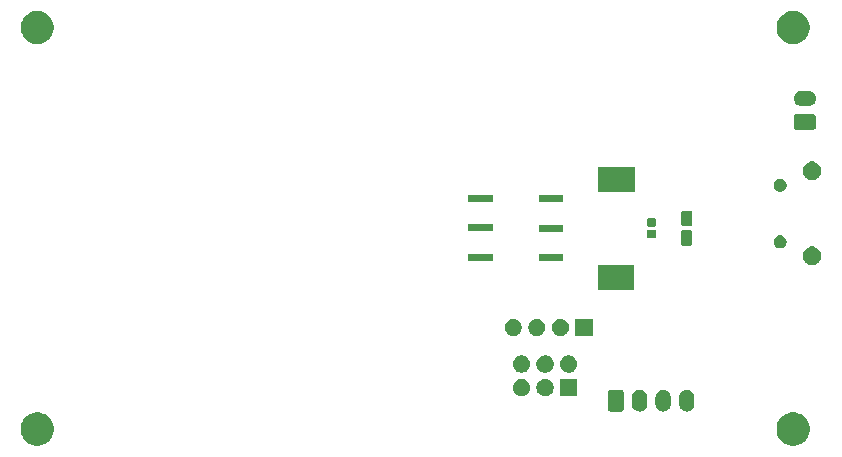
<source format=gts>
G04 #@! TF.GenerationSoftware,KiCad,Pcbnew,5.1.5-52549c5~84~ubuntu18.04.1*
G04 #@! TF.CreationDate,2020-03-10T15:06:30+05:30*
G04 #@! TF.ProjectId,scale_hx711,7363616c-655f-4687-9837-31312e6b6963,rev?*
G04 #@! TF.SameCoordinates,Original*
G04 #@! TF.FileFunction,Soldermask,Top*
G04 #@! TF.FilePolarity,Negative*
%FSLAX46Y46*%
G04 Gerber Fmt 4.6, Leading zero omitted, Abs format (unit mm)*
G04 Created by KiCad (PCBNEW 5.1.5-52549c5~84~ubuntu18.04.1) date 2020-03-10 15:06:30*
%MOMM*%
%LPD*%
G04 APERTURE LIST*
%ADD10C,0.100000*%
G04 APERTURE END LIST*
D10*
G36*
X77318433Y-45634893D02*
G01*
X77408657Y-45652839D01*
X77514267Y-45696585D01*
X77663621Y-45758449D01*
X77663622Y-45758450D01*
X77893086Y-45911772D01*
X78088228Y-46106914D01*
X78190675Y-46260237D01*
X78241551Y-46336379D01*
X78347161Y-46591344D01*
X78401000Y-46862012D01*
X78401000Y-47137988D01*
X78347161Y-47408656D01*
X78241551Y-47663621D01*
X78241550Y-47663622D01*
X78088228Y-47893086D01*
X77893086Y-48088228D01*
X77739763Y-48190675D01*
X77663621Y-48241551D01*
X77514267Y-48303415D01*
X77408657Y-48347161D01*
X77318433Y-48365107D01*
X77137988Y-48401000D01*
X76862012Y-48401000D01*
X76681567Y-48365107D01*
X76591343Y-48347161D01*
X76485733Y-48303415D01*
X76336379Y-48241551D01*
X76260237Y-48190675D01*
X76106914Y-48088228D01*
X75911772Y-47893086D01*
X75758450Y-47663622D01*
X75758449Y-47663621D01*
X75652839Y-47408656D01*
X75599000Y-47137988D01*
X75599000Y-46862012D01*
X75652839Y-46591344D01*
X75758449Y-46336379D01*
X75809325Y-46260237D01*
X75911772Y-46106914D01*
X76106914Y-45911772D01*
X76336378Y-45758450D01*
X76336379Y-45758449D01*
X76485733Y-45696585D01*
X76591343Y-45652839D01*
X76681567Y-45634893D01*
X76862012Y-45599000D01*
X77137988Y-45599000D01*
X77318433Y-45634893D01*
G37*
G36*
X13318433Y-45634893D02*
G01*
X13408657Y-45652839D01*
X13514267Y-45696585D01*
X13663621Y-45758449D01*
X13663622Y-45758450D01*
X13893086Y-45911772D01*
X14088228Y-46106914D01*
X14190675Y-46260237D01*
X14241551Y-46336379D01*
X14347161Y-46591344D01*
X14401000Y-46862012D01*
X14401000Y-47137988D01*
X14347161Y-47408656D01*
X14241551Y-47663621D01*
X14241550Y-47663622D01*
X14088228Y-47893086D01*
X13893086Y-48088228D01*
X13739763Y-48190675D01*
X13663621Y-48241551D01*
X13514267Y-48303415D01*
X13408657Y-48347161D01*
X13318433Y-48365107D01*
X13137988Y-48401000D01*
X12862012Y-48401000D01*
X12681567Y-48365107D01*
X12591343Y-48347161D01*
X12485733Y-48303415D01*
X12336379Y-48241551D01*
X12260237Y-48190675D01*
X12106914Y-48088228D01*
X11911772Y-47893086D01*
X11758450Y-47663622D01*
X11758449Y-47663621D01*
X11652839Y-47408656D01*
X11599000Y-47137988D01*
X11599000Y-46862012D01*
X11652839Y-46591344D01*
X11758449Y-46336379D01*
X11809325Y-46260237D01*
X11911772Y-46106914D01*
X12106914Y-45911772D01*
X12336378Y-45758450D01*
X12336379Y-45758449D01*
X12485733Y-45696585D01*
X12591343Y-45652839D01*
X12681567Y-45634893D01*
X12862012Y-45599000D01*
X13137988Y-45599000D01*
X13318433Y-45634893D01*
G37*
G36*
X64127617Y-43683420D02*
G01*
X64208399Y-43707925D01*
X64250335Y-43720646D01*
X64363424Y-43781094D01*
X64462554Y-43862447D01*
X64543906Y-43961575D01*
X64604354Y-44074664D01*
X64614040Y-44106596D01*
X64641580Y-44197382D01*
X64651000Y-44293027D01*
X64651000Y-44906973D01*
X64641580Y-45002618D01*
X64614040Y-45093404D01*
X64604354Y-45125336D01*
X64543906Y-45238425D01*
X64462554Y-45337554D01*
X64363425Y-45418906D01*
X64250336Y-45479354D01*
X64218404Y-45489040D01*
X64127618Y-45516580D01*
X64000000Y-45529149D01*
X63872383Y-45516580D01*
X63781597Y-45489040D01*
X63749665Y-45479354D01*
X63636576Y-45418906D01*
X63537447Y-45337554D01*
X63456096Y-45238427D01*
X63456095Y-45238425D01*
X63395647Y-45125336D01*
X63395645Y-45125333D01*
X63383237Y-45084427D01*
X63358420Y-45002618D01*
X63349000Y-44906973D01*
X63349000Y-44293028D01*
X63358420Y-44197383D01*
X63395645Y-44074669D01*
X63395646Y-44074665D01*
X63456094Y-43961576D01*
X63537447Y-43862446D01*
X63636575Y-43781094D01*
X63749664Y-43720646D01*
X63791600Y-43707925D01*
X63872382Y-43683420D01*
X64000000Y-43670851D01*
X64127617Y-43683420D01*
G37*
G36*
X66127617Y-43683420D02*
G01*
X66208399Y-43707925D01*
X66250335Y-43720646D01*
X66363424Y-43781094D01*
X66462554Y-43862447D01*
X66543906Y-43961575D01*
X66604354Y-44074664D01*
X66614040Y-44106596D01*
X66641580Y-44197382D01*
X66651000Y-44293027D01*
X66651000Y-44906973D01*
X66641580Y-45002618D01*
X66614040Y-45093404D01*
X66604354Y-45125336D01*
X66543906Y-45238425D01*
X66462554Y-45337554D01*
X66363425Y-45418906D01*
X66250336Y-45479354D01*
X66218404Y-45489040D01*
X66127618Y-45516580D01*
X66000000Y-45529149D01*
X65872383Y-45516580D01*
X65781597Y-45489040D01*
X65749665Y-45479354D01*
X65636576Y-45418906D01*
X65537447Y-45337554D01*
X65456096Y-45238427D01*
X65456095Y-45238425D01*
X65395647Y-45125336D01*
X65395645Y-45125333D01*
X65383237Y-45084427D01*
X65358420Y-45002618D01*
X65349000Y-44906973D01*
X65349000Y-44293028D01*
X65358420Y-44197383D01*
X65395645Y-44074669D01*
X65395646Y-44074665D01*
X65456094Y-43961576D01*
X65537447Y-43862446D01*
X65636575Y-43781094D01*
X65749664Y-43720646D01*
X65791600Y-43707925D01*
X65872382Y-43683420D01*
X66000000Y-43670851D01*
X66127617Y-43683420D01*
G37*
G36*
X68127617Y-43683420D02*
G01*
X68208399Y-43707925D01*
X68250335Y-43720646D01*
X68363424Y-43781094D01*
X68462554Y-43862447D01*
X68543906Y-43961575D01*
X68604354Y-44074664D01*
X68614040Y-44106596D01*
X68641580Y-44197382D01*
X68651000Y-44293027D01*
X68651000Y-44906973D01*
X68641580Y-45002618D01*
X68614040Y-45093404D01*
X68604354Y-45125336D01*
X68543906Y-45238425D01*
X68462554Y-45337554D01*
X68363425Y-45418906D01*
X68250336Y-45479354D01*
X68218404Y-45489040D01*
X68127618Y-45516580D01*
X68000000Y-45529149D01*
X67872383Y-45516580D01*
X67781597Y-45489040D01*
X67749665Y-45479354D01*
X67636576Y-45418906D01*
X67537447Y-45337554D01*
X67456096Y-45238427D01*
X67456095Y-45238425D01*
X67395647Y-45125336D01*
X67395645Y-45125333D01*
X67383237Y-45084427D01*
X67358420Y-45002618D01*
X67349000Y-44906973D01*
X67349000Y-44293028D01*
X67358420Y-44197383D01*
X67395645Y-44074669D01*
X67395646Y-44074665D01*
X67456094Y-43961576D01*
X67537447Y-43862446D01*
X67636575Y-43781094D01*
X67749664Y-43720646D01*
X67791600Y-43707925D01*
X67872382Y-43683420D01*
X68000000Y-43670851D01*
X68127617Y-43683420D01*
G37*
G36*
X62491242Y-43678404D02*
G01*
X62528337Y-43689657D01*
X62562515Y-43707925D01*
X62592481Y-43732519D01*
X62617075Y-43762485D01*
X62635343Y-43796663D01*
X62646596Y-43833758D01*
X62651000Y-43878474D01*
X62651000Y-45321526D01*
X62646596Y-45366242D01*
X62635343Y-45403337D01*
X62617075Y-45437515D01*
X62592481Y-45467481D01*
X62562515Y-45492075D01*
X62528337Y-45510343D01*
X62491242Y-45521596D01*
X62446526Y-45526000D01*
X61553474Y-45526000D01*
X61508758Y-45521596D01*
X61471663Y-45510343D01*
X61437485Y-45492075D01*
X61407519Y-45467481D01*
X61382925Y-45437515D01*
X61364657Y-45403337D01*
X61353404Y-45366242D01*
X61349000Y-45321526D01*
X61349000Y-43878474D01*
X61353404Y-43833758D01*
X61364657Y-43796663D01*
X61382925Y-43762485D01*
X61407519Y-43732519D01*
X61437485Y-43707925D01*
X61471663Y-43689657D01*
X61508758Y-43678404D01*
X61553474Y-43674000D01*
X62446526Y-43674000D01*
X62491242Y-43678404D01*
G37*
G36*
X54211766Y-42801899D02*
G01*
X54343888Y-42856626D01*
X54343890Y-42856627D01*
X54462798Y-42936079D01*
X54563921Y-43037202D01*
X54563922Y-43037204D01*
X54643374Y-43156112D01*
X54698101Y-43288234D01*
X54726000Y-43428494D01*
X54726000Y-43571506D01*
X54698101Y-43711766D01*
X54663810Y-43794551D01*
X54643373Y-43843890D01*
X54563921Y-43962798D01*
X54462798Y-44063921D01*
X54343890Y-44143373D01*
X54343889Y-44143374D01*
X54343888Y-44143374D01*
X54211766Y-44198101D01*
X54071506Y-44226000D01*
X53928494Y-44226000D01*
X53788234Y-44198101D01*
X53656112Y-44143374D01*
X53656111Y-44143374D01*
X53656110Y-44143373D01*
X53537202Y-44063921D01*
X53436079Y-43962798D01*
X53356627Y-43843890D01*
X53336190Y-43794551D01*
X53301899Y-43711766D01*
X53274000Y-43571506D01*
X53274000Y-43428494D01*
X53301899Y-43288234D01*
X53356626Y-43156112D01*
X53436078Y-43037204D01*
X53436079Y-43037202D01*
X53537202Y-42936079D01*
X53656110Y-42856627D01*
X53656112Y-42856626D01*
X53788234Y-42801899D01*
X53928494Y-42774000D01*
X54071506Y-42774000D01*
X54211766Y-42801899D01*
G37*
G36*
X56211766Y-42801899D02*
G01*
X56343888Y-42856626D01*
X56343890Y-42856627D01*
X56462798Y-42936079D01*
X56563921Y-43037202D01*
X56563922Y-43037204D01*
X56643374Y-43156112D01*
X56698101Y-43288234D01*
X56726000Y-43428494D01*
X56726000Y-43571506D01*
X56698101Y-43711766D01*
X56663810Y-43794551D01*
X56643373Y-43843890D01*
X56563921Y-43962798D01*
X56462798Y-44063921D01*
X56343890Y-44143373D01*
X56343889Y-44143374D01*
X56343888Y-44143374D01*
X56211766Y-44198101D01*
X56071506Y-44226000D01*
X55928494Y-44226000D01*
X55788234Y-44198101D01*
X55656112Y-44143374D01*
X55656111Y-44143374D01*
X55656110Y-44143373D01*
X55537202Y-44063921D01*
X55436079Y-43962798D01*
X55356627Y-43843890D01*
X55336190Y-43794551D01*
X55301899Y-43711766D01*
X55274000Y-43571506D01*
X55274000Y-43428494D01*
X55301899Y-43288234D01*
X55356626Y-43156112D01*
X55436078Y-43037204D01*
X55436079Y-43037202D01*
X55537202Y-42936079D01*
X55656110Y-42856627D01*
X55656112Y-42856626D01*
X55788234Y-42801899D01*
X55928494Y-42774000D01*
X56071506Y-42774000D01*
X56211766Y-42801899D01*
G37*
G36*
X58726000Y-44226000D02*
G01*
X57274000Y-44226000D01*
X57274000Y-42774000D01*
X58726000Y-42774000D01*
X58726000Y-44226000D01*
G37*
G36*
X56211766Y-40801899D02*
G01*
X56343888Y-40856626D01*
X56343890Y-40856627D01*
X56462798Y-40936079D01*
X56563921Y-41037202D01*
X56563922Y-41037204D01*
X56643374Y-41156112D01*
X56698101Y-41288234D01*
X56726000Y-41428494D01*
X56726000Y-41571506D01*
X56698101Y-41711766D01*
X56643374Y-41843888D01*
X56643373Y-41843890D01*
X56563921Y-41962798D01*
X56462798Y-42063921D01*
X56343890Y-42143373D01*
X56343889Y-42143374D01*
X56343888Y-42143374D01*
X56211766Y-42198101D01*
X56071506Y-42226000D01*
X55928494Y-42226000D01*
X55788234Y-42198101D01*
X55656112Y-42143374D01*
X55656111Y-42143374D01*
X55656110Y-42143373D01*
X55537202Y-42063921D01*
X55436079Y-41962798D01*
X55356627Y-41843890D01*
X55356626Y-41843888D01*
X55301899Y-41711766D01*
X55274000Y-41571506D01*
X55274000Y-41428494D01*
X55301899Y-41288234D01*
X55356626Y-41156112D01*
X55436078Y-41037204D01*
X55436079Y-41037202D01*
X55537202Y-40936079D01*
X55656110Y-40856627D01*
X55656112Y-40856626D01*
X55788234Y-40801899D01*
X55928494Y-40774000D01*
X56071506Y-40774000D01*
X56211766Y-40801899D01*
G37*
G36*
X58211766Y-40801899D02*
G01*
X58343888Y-40856626D01*
X58343890Y-40856627D01*
X58462798Y-40936079D01*
X58563921Y-41037202D01*
X58563922Y-41037204D01*
X58643374Y-41156112D01*
X58698101Y-41288234D01*
X58726000Y-41428494D01*
X58726000Y-41571506D01*
X58698101Y-41711766D01*
X58643374Y-41843888D01*
X58643373Y-41843890D01*
X58563921Y-41962798D01*
X58462798Y-42063921D01*
X58343890Y-42143373D01*
X58343889Y-42143374D01*
X58343888Y-42143374D01*
X58211766Y-42198101D01*
X58071506Y-42226000D01*
X57928494Y-42226000D01*
X57788234Y-42198101D01*
X57656112Y-42143374D01*
X57656111Y-42143374D01*
X57656110Y-42143373D01*
X57537202Y-42063921D01*
X57436079Y-41962798D01*
X57356627Y-41843890D01*
X57356626Y-41843888D01*
X57301899Y-41711766D01*
X57274000Y-41571506D01*
X57274000Y-41428494D01*
X57301899Y-41288234D01*
X57356626Y-41156112D01*
X57436078Y-41037204D01*
X57436079Y-41037202D01*
X57537202Y-40936079D01*
X57656110Y-40856627D01*
X57656112Y-40856626D01*
X57788234Y-40801899D01*
X57928494Y-40774000D01*
X58071506Y-40774000D01*
X58211766Y-40801899D01*
G37*
G36*
X54211766Y-40801899D02*
G01*
X54343888Y-40856626D01*
X54343890Y-40856627D01*
X54462798Y-40936079D01*
X54563921Y-41037202D01*
X54563922Y-41037204D01*
X54643374Y-41156112D01*
X54698101Y-41288234D01*
X54726000Y-41428494D01*
X54726000Y-41571506D01*
X54698101Y-41711766D01*
X54643374Y-41843888D01*
X54643373Y-41843890D01*
X54563921Y-41962798D01*
X54462798Y-42063921D01*
X54343890Y-42143373D01*
X54343889Y-42143374D01*
X54343888Y-42143374D01*
X54211766Y-42198101D01*
X54071506Y-42226000D01*
X53928494Y-42226000D01*
X53788234Y-42198101D01*
X53656112Y-42143374D01*
X53656111Y-42143374D01*
X53656110Y-42143373D01*
X53537202Y-42063921D01*
X53436079Y-41962798D01*
X53356627Y-41843890D01*
X53356626Y-41843888D01*
X53301899Y-41711766D01*
X53274000Y-41571506D01*
X53274000Y-41428494D01*
X53301899Y-41288234D01*
X53356626Y-41156112D01*
X53436078Y-41037204D01*
X53436079Y-41037202D01*
X53537202Y-40936079D01*
X53656110Y-40856627D01*
X53656112Y-40856626D01*
X53788234Y-40801899D01*
X53928494Y-40774000D01*
X54071506Y-40774000D01*
X54211766Y-40801899D01*
G37*
G36*
X55511766Y-37701899D02*
G01*
X55643888Y-37756626D01*
X55643890Y-37756627D01*
X55762798Y-37836079D01*
X55863921Y-37937202D01*
X55863922Y-37937204D01*
X55943374Y-38056112D01*
X55998101Y-38188234D01*
X56026000Y-38328494D01*
X56026000Y-38471506D01*
X55998101Y-38611766D01*
X55943374Y-38743888D01*
X55943373Y-38743890D01*
X55863921Y-38862798D01*
X55762798Y-38963921D01*
X55643890Y-39043373D01*
X55643889Y-39043374D01*
X55643888Y-39043374D01*
X55511766Y-39098101D01*
X55371506Y-39126000D01*
X55228494Y-39126000D01*
X55088234Y-39098101D01*
X54956112Y-39043374D01*
X54956111Y-39043374D01*
X54956110Y-39043373D01*
X54837202Y-38963921D01*
X54736079Y-38862798D01*
X54656627Y-38743890D01*
X54656626Y-38743888D01*
X54601899Y-38611766D01*
X54574000Y-38471506D01*
X54574000Y-38328494D01*
X54601899Y-38188234D01*
X54656626Y-38056112D01*
X54736078Y-37937204D01*
X54736079Y-37937202D01*
X54837202Y-37836079D01*
X54956110Y-37756627D01*
X54956112Y-37756626D01*
X55088234Y-37701899D01*
X55228494Y-37674000D01*
X55371506Y-37674000D01*
X55511766Y-37701899D01*
G37*
G36*
X57511766Y-37701899D02*
G01*
X57643888Y-37756626D01*
X57643890Y-37756627D01*
X57762798Y-37836079D01*
X57863921Y-37937202D01*
X57863922Y-37937204D01*
X57943374Y-38056112D01*
X57998101Y-38188234D01*
X58026000Y-38328494D01*
X58026000Y-38471506D01*
X57998101Y-38611766D01*
X57943374Y-38743888D01*
X57943373Y-38743890D01*
X57863921Y-38862798D01*
X57762798Y-38963921D01*
X57643890Y-39043373D01*
X57643889Y-39043374D01*
X57643888Y-39043374D01*
X57511766Y-39098101D01*
X57371506Y-39126000D01*
X57228494Y-39126000D01*
X57088234Y-39098101D01*
X56956112Y-39043374D01*
X56956111Y-39043374D01*
X56956110Y-39043373D01*
X56837202Y-38963921D01*
X56736079Y-38862798D01*
X56656627Y-38743890D01*
X56656626Y-38743888D01*
X56601899Y-38611766D01*
X56574000Y-38471506D01*
X56574000Y-38328494D01*
X56601899Y-38188234D01*
X56656626Y-38056112D01*
X56736078Y-37937204D01*
X56736079Y-37937202D01*
X56837202Y-37836079D01*
X56956110Y-37756627D01*
X56956112Y-37756626D01*
X57088234Y-37701899D01*
X57228494Y-37674000D01*
X57371506Y-37674000D01*
X57511766Y-37701899D01*
G37*
G36*
X60026000Y-39126000D02*
G01*
X58574000Y-39126000D01*
X58574000Y-37674000D01*
X60026000Y-37674000D01*
X60026000Y-39126000D01*
G37*
G36*
X53511766Y-37701899D02*
G01*
X53643888Y-37756626D01*
X53643890Y-37756627D01*
X53762798Y-37836079D01*
X53863921Y-37937202D01*
X53863922Y-37937204D01*
X53943374Y-38056112D01*
X53998101Y-38188234D01*
X54026000Y-38328494D01*
X54026000Y-38471506D01*
X53998101Y-38611766D01*
X53943374Y-38743888D01*
X53943373Y-38743890D01*
X53863921Y-38862798D01*
X53762798Y-38963921D01*
X53643890Y-39043373D01*
X53643889Y-39043374D01*
X53643888Y-39043374D01*
X53511766Y-39098101D01*
X53371506Y-39126000D01*
X53228494Y-39126000D01*
X53088234Y-39098101D01*
X52956112Y-39043374D01*
X52956111Y-39043374D01*
X52956110Y-39043373D01*
X52837202Y-38963921D01*
X52736079Y-38862798D01*
X52656627Y-38743890D01*
X52656626Y-38743888D01*
X52601899Y-38611766D01*
X52574000Y-38471506D01*
X52574000Y-38328494D01*
X52601899Y-38188234D01*
X52656626Y-38056112D01*
X52736078Y-37937204D01*
X52736079Y-37937202D01*
X52837202Y-37836079D01*
X52956110Y-37756627D01*
X52956112Y-37756626D01*
X53088234Y-37701899D01*
X53228494Y-37674000D01*
X53371506Y-37674000D01*
X53511766Y-37701899D01*
G37*
G36*
X63551000Y-35201000D02*
G01*
X60449000Y-35201000D01*
X60449000Y-33099000D01*
X63551000Y-33099000D01*
X63551000Y-35201000D01*
G37*
G36*
X78833642Y-31579781D02*
G01*
X78974897Y-31638291D01*
X78979416Y-31640163D01*
X79110608Y-31727822D01*
X79222178Y-31839392D01*
X79309837Y-31970584D01*
X79309838Y-31970586D01*
X79370219Y-32116358D01*
X79401000Y-32271107D01*
X79401000Y-32428893D01*
X79370219Y-32583642D01*
X79309838Y-32729414D01*
X79309837Y-32729416D01*
X79222178Y-32860608D01*
X79110608Y-32972178D01*
X78979416Y-33059837D01*
X78979415Y-33059838D01*
X78979414Y-33059838D01*
X78833642Y-33120219D01*
X78678893Y-33151000D01*
X78521107Y-33151000D01*
X78366358Y-33120219D01*
X78220586Y-33059838D01*
X78220585Y-33059838D01*
X78220584Y-33059837D01*
X78089392Y-32972178D01*
X77977822Y-32860608D01*
X77890163Y-32729416D01*
X77890162Y-32729414D01*
X77829781Y-32583642D01*
X77799000Y-32428893D01*
X77799000Y-32271107D01*
X77829781Y-32116358D01*
X77890162Y-31970586D01*
X77890163Y-31970584D01*
X77977822Y-31839392D01*
X78089392Y-31727822D01*
X78220584Y-31640163D01*
X78225103Y-31638291D01*
X78366358Y-31579781D01*
X78521107Y-31549000D01*
X78678893Y-31549000D01*
X78833642Y-31579781D01*
G37*
G36*
X57551000Y-32801000D02*
G01*
X55449000Y-32801000D01*
X55449000Y-32199000D01*
X57551000Y-32199000D01*
X57551000Y-32801000D01*
G37*
G36*
X51551000Y-32801000D02*
G01*
X49449000Y-32801000D01*
X49449000Y-32199000D01*
X51551000Y-32199000D01*
X51551000Y-32801000D01*
G37*
G36*
X76060721Y-30620174D02*
G01*
X76160995Y-30661709D01*
X76160996Y-30661710D01*
X76251242Y-30722010D01*
X76327990Y-30798758D01*
X76327991Y-30798760D01*
X76388291Y-30889005D01*
X76429826Y-30989279D01*
X76451000Y-31095730D01*
X76451000Y-31204270D01*
X76429826Y-31310721D01*
X76388291Y-31410995D01*
X76364954Y-31445921D01*
X76327990Y-31501242D01*
X76251242Y-31577990D01*
X76248560Y-31579782D01*
X76160995Y-31638291D01*
X76060721Y-31679826D01*
X75954270Y-31701000D01*
X75845730Y-31701000D01*
X75739279Y-31679826D01*
X75639005Y-31638291D01*
X75551440Y-31579782D01*
X75548758Y-31577990D01*
X75472010Y-31501242D01*
X75435046Y-31445921D01*
X75411709Y-31410995D01*
X75370174Y-31310721D01*
X75349000Y-31204270D01*
X75349000Y-31095730D01*
X75370174Y-30989279D01*
X75411709Y-30889005D01*
X75472009Y-30798760D01*
X75472010Y-30798758D01*
X75548758Y-30722010D01*
X75639004Y-30661710D01*
X75639005Y-30661709D01*
X75739279Y-30620174D01*
X75845730Y-30599000D01*
X75954270Y-30599000D01*
X76060721Y-30620174D01*
G37*
G36*
X68334618Y-30152965D02*
G01*
X68367433Y-30162919D01*
X68397665Y-30179079D01*
X68424170Y-30200830D01*
X68445921Y-30227335D01*
X68462081Y-30257567D01*
X68472035Y-30290382D01*
X68476000Y-30330640D01*
X68476000Y-31294360D01*
X68472035Y-31334618D01*
X68462081Y-31367433D01*
X68445921Y-31397665D01*
X68424170Y-31424170D01*
X68397665Y-31445921D01*
X68367433Y-31462081D01*
X68334618Y-31472035D01*
X68294360Y-31476000D01*
X67705640Y-31476000D01*
X67665382Y-31472035D01*
X67632567Y-31462081D01*
X67602335Y-31445921D01*
X67575830Y-31424170D01*
X67554079Y-31397665D01*
X67537919Y-31367433D01*
X67527965Y-31334618D01*
X67524000Y-31294360D01*
X67524000Y-30330640D01*
X67527965Y-30290382D01*
X67537919Y-30257567D01*
X67554079Y-30227335D01*
X67575830Y-30200830D01*
X67602335Y-30179079D01*
X67632567Y-30162919D01*
X67665382Y-30152965D01*
X67705640Y-30149000D01*
X68294360Y-30149000D01*
X68334618Y-30152965D01*
G37*
G36*
X65281938Y-30141716D02*
G01*
X65302557Y-30147971D01*
X65321553Y-30158124D01*
X65338208Y-30171792D01*
X65351876Y-30188447D01*
X65362029Y-30207443D01*
X65368284Y-30228062D01*
X65371000Y-30255640D01*
X65371000Y-30714360D01*
X65368284Y-30741938D01*
X65362029Y-30762557D01*
X65351876Y-30781553D01*
X65338208Y-30798208D01*
X65321553Y-30811876D01*
X65302557Y-30822029D01*
X65281938Y-30828284D01*
X65254360Y-30831000D01*
X64745640Y-30831000D01*
X64718062Y-30828284D01*
X64697443Y-30822029D01*
X64678447Y-30811876D01*
X64661792Y-30798208D01*
X64648124Y-30781553D01*
X64637971Y-30762557D01*
X64631716Y-30741938D01*
X64629000Y-30714360D01*
X64629000Y-30255640D01*
X64631716Y-30228062D01*
X64637971Y-30207443D01*
X64648124Y-30188447D01*
X64661792Y-30171792D01*
X64678447Y-30158124D01*
X64697443Y-30147971D01*
X64718062Y-30141716D01*
X64745640Y-30139000D01*
X65254360Y-30139000D01*
X65281938Y-30141716D01*
G37*
G36*
X57551000Y-30301000D02*
G01*
X55449000Y-30301000D01*
X55449000Y-29699000D01*
X57551000Y-29699000D01*
X57551000Y-30301000D01*
G37*
G36*
X51551000Y-30251000D02*
G01*
X49449000Y-30251000D01*
X49449000Y-29649000D01*
X51551000Y-29649000D01*
X51551000Y-30251000D01*
G37*
G36*
X65281938Y-29171716D02*
G01*
X65302557Y-29177971D01*
X65321553Y-29188124D01*
X65338208Y-29201792D01*
X65351876Y-29218447D01*
X65362029Y-29237443D01*
X65368284Y-29258062D01*
X65371000Y-29285640D01*
X65371000Y-29744360D01*
X65368284Y-29771938D01*
X65362029Y-29792557D01*
X65351876Y-29811553D01*
X65338208Y-29828208D01*
X65321553Y-29841876D01*
X65302557Y-29852029D01*
X65281938Y-29858284D01*
X65254360Y-29861000D01*
X64745640Y-29861000D01*
X64718062Y-29858284D01*
X64697443Y-29852029D01*
X64678447Y-29841876D01*
X64661792Y-29828208D01*
X64648124Y-29811553D01*
X64637971Y-29792557D01*
X64631716Y-29771938D01*
X64629000Y-29744360D01*
X64629000Y-29285640D01*
X64631716Y-29258062D01*
X64637971Y-29237443D01*
X64648124Y-29218447D01*
X64661792Y-29201792D01*
X64678447Y-29188124D01*
X64697443Y-29177971D01*
X64718062Y-29171716D01*
X64745640Y-29169000D01*
X65254360Y-29169000D01*
X65281938Y-29171716D01*
G37*
G36*
X68334618Y-28527965D02*
G01*
X68367433Y-28537919D01*
X68397665Y-28554079D01*
X68424170Y-28575830D01*
X68445921Y-28602335D01*
X68462081Y-28632567D01*
X68472035Y-28665382D01*
X68476000Y-28705640D01*
X68476000Y-29669360D01*
X68472035Y-29709618D01*
X68462081Y-29742433D01*
X68445921Y-29772665D01*
X68424170Y-29799170D01*
X68397665Y-29820921D01*
X68367433Y-29837081D01*
X68334618Y-29847035D01*
X68294360Y-29851000D01*
X67705640Y-29851000D01*
X67665382Y-29847035D01*
X67632567Y-29837081D01*
X67602335Y-29820921D01*
X67575830Y-29799170D01*
X67554079Y-29772665D01*
X67537919Y-29742433D01*
X67527965Y-29709618D01*
X67524000Y-29669360D01*
X67524000Y-28705640D01*
X67527965Y-28665382D01*
X67537919Y-28632567D01*
X67554079Y-28602335D01*
X67575830Y-28575830D01*
X67602335Y-28554079D01*
X67632567Y-28537919D01*
X67665382Y-28527965D01*
X67705640Y-28524000D01*
X68294360Y-28524000D01*
X68334618Y-28527965D01*
G37*
G36*
X51551000Y-27801000D02*
G01*
X49449000Y-27801000D01*
X49449000Y-27199000D01*
X51551000Y-27199000D01*
X51551000Y-27801000D01*
G37*
G36*
X57551000Y-27801000D02*
G01*
X55449000Y-27801000D01*
X55449000Y-27199000D01*
X57551000Y-27199000D01*
X57551000Y-27801000D01*
G37*
G36*
X63601000Y-26901000D02*
G01*
X60499000Y-26901000D01*
X60499000Y-24799000D01*
X63601000Y-24799000D01*
X63601000Y-26901000D01*
G37*
G36*
X76060721Y-25820174D02*
G01*
X76160995Y-25861709D01*
X76160996Y-25861710D01*
X76251242Y-25922010D01*
X76327990Y-25998758D01*
X76327991Y-25998760D01*
X76388291Y-26089005D01*
X76429826Y-26189279D01*
X76451000Y-26295730D01*
X76451000Y-26404270D01*
X76429826Y-26510721D01*
X76388291Y-26610995D01*
X76388290Y-26610996D01*
X76327990Y-26701242D01*
X76251242Y-26777990D01*
X76205812Y-26808345D01*
X76160995Y-26838291D01*
X76060721Y-26879826D01*
X75954270Y-26901000D01*
X75845730Y-26901000D01*
X75739279Y-26879826D01*
X75639005Y-26838291D01*
X75594188Y-26808345D01*
X75548758Y-26777990D01*
X75472010Y-26701242D01*
X75411710Y-26610996D01*
X75411709Y-26610995D01*
X75370174Y-26510721D01*
X75349000Y-26404270D01*
X75349000Y-26295730D01*
X75370174Y-26189279D01*
X75411709Y-26089005D01*
X75472009Y-25998760D01*
X75472010Y-25998758D01*
X75548758Y-25922010D01*
X75639004Y-25861710D01*
X75639005Y-25861709D01*
X75739279Y-25820174D01*
X75845730Y-25799000D01*
X75954270Y-25799000D01*
X76060721Y-25820174D01*
G37*
G36*
X78833642Y-24379781D02*
G01*
X78979414Y-24440162D01*
X78979416Y-24440163D01*
X79110608Y-24527822D01*
X79222178Y-24639392D01*
X79309837Y-24770584D01*
X79309838Y-24770586D01*
X79370219Y-24916358D01*
X79401000Y-25071107D01*
X79401000Y-25228893D01*
X79370219Y-25383642D01*
X79309838Y-25529414D01*
X79309837Y-25529416D01*
X79222178Y-25660608D01*
X79110608Y-25772178D01*
X78979416Y-25859837D01*
X78979415Y-25859838D01*
X78979414Y-25859838D01*
X78833642Y-25920219D01*
X78678893Y-25951000D01*
X78521107Y-25951000D01*
X78366358Y-25920219D01*
X78220586Y-25859838D01*
X78220585Y-25859838D01*
X78220584Y-25859837D01*
X78089392Y-25772178D01*
X77977822Y-25660608D01*
X77890163Y-25529416D01*
X77890162Y-25529414D01*
X77829781Y-25383642D01*
X77799000Y-25228893D01*
X77799000Y-25071107D01*
X77829781Y-24916358D01*
X77890162Y-24770586D01*
X77890163Y-24770584D01*
X77977822Y-24639392D01*
X78089392Y-24527822D01*
X78220584Y-24440163D01*
X78220586Y-24440162D01*
X78366358Y-24379781D01*
X78521107Y-24349000D01*
X78678893Y-24349000D01*
X78833642Y-24379781D01*
G37*
G36*
X78766242Y-20353404D02*
G01*
X78803337Y-20364657D01*
X78837515Y-20382925D01*
X78867481Y-20407519D01*
X78892075Y-20437485D01*
X78910343Y-20471663D01*
X78921596Y-20508758D01*
X78926000Y-20553474D01*
X78926000Y-21446526D01*
X78921596Y-21491242D01*
X78910343Y-21528337D01*
X78892075Y-21562515D01*
X78867481Y-21592481D01*
X78837515Y-21617075D01*
X78803337Y-21635343D01*
X78766242Y-21646596D01*
X78721526Y-21651000D01*
X77278474Y-21651000D01*
X77233758Y-21646596D01*
X77196663Y-21635343D01*
X77162485Y-21617075D01*
X77132519Y-21592481D01*
X77107925Y-21562515D01*
X77089657Y-21528337D01*
X77078404Y-21491242D01*
X77074000Y-21446526D01*
X77074000Y-20553474D01*
X77078404Y-20508758D01*
X77089657Y-20471663D01*
X77107925Y-20437485D01*
X77132519Y-20407519D01*
X77162485Y-20382925D01*
X77196663Y-20364657D01*
X77233758Y-20353404D01*
X77278474Y-20349000D01*
X78721526Y-20349000D01*
X78766242Y-20353404D01*
G37*
G36*
X78338855Y-18352140D02*
G01*
X78402618Y-18358420D01*
X78493404Y-18385960D01*
X78525336Y-18395646D01*
X78638425Y-18456094D01*
X78737554Y-18537446D01*
X78818906Y-18636575D01*
X78879354Y-18749664D01*
X78879355Y-18749668D01*
X78916580Y-18872382D01*
X78929149Y-19000000D01*
X78916580Y-19127618D01*
X78889040Y-19218404D01*
X78879354Y-19250336D01*
X78818906Y-19363425D01*
X78737554Y-19462554D01*
X78638425Y-19543906D01*
X78525336Y-19604354D01*
X78493404Y-19614040D01*
X78402618Y-19641580D01*
X78338855Y-19647860D01*
X78306974Y-19651000D01*
X77693026Y-19651000D01*
X77661145Y-19647860D01*
X77597382Y-19641580D01*
X77506596Y-19614040D01*
X77474664Y-19604354D01*
X77361575Y-19543906D01*
X77262446Y-19462554D01*
X77181094Y-19363425D01*
X77120646Y-19250336D01*
X77110960Y-19218404D01*
X77083420Y-19127618D01*
X77070851Y-19000000D01*
X77083420Y-18872382D01*
X77120645Y-18749668D01*
X77120646Y-18749664D01*
X77181094Y-18636575D01*
X77262446Y-18537446D01*
X77361575Y-18456094D01*
X77474664Y-18395646D01*
X77506596Y-18385960D01*
X77597382Y-18358420D01*
X77661145Y-18352140D01*
X77693026Y-18349000D01*
X78306974Y-18349000D01*
X78338855Y-18352140D01*
G37*
G36*
X77318433Y-11634893D02*
G01*
X77408657Y-11652839D01*
X77514267Y-11696585D01*
X77663621Y-11758449D01*
X77663622Y-11758450D01*
X77893086Y-11911772D01*
X78088228Y-12106914D01*
X78190675Y-12260237D01*
X78241551Y-12336379D01*
X78347161Y-12591344D01*
X78401000Y-12862012D01*
X78401000Y-13137988D01*
X78347161Y-13408656D01*
X78241551Y-13663621D01*
X78241550Y-13663622D01*
X78088228Y-13893086D01*
X77893086Y-14088228D01*
X77739763Y-14190675D01*
X77663621Y-14241551D01*
X77514267Y-14303415D01*
X77408657Y-14347161D01*
X77318433Y-14365107D01*
X77137988Y-14401000D01*
X76862012Y-14401000D01*
X76681567Y-14365107D01*
X76591343Y-14347161D01*
X76485733Y-14303415D01*
X76336379Y-14241551D01*
X76260237Y-14190675D01*
X76106914Y-14088228D01*
X75911772Y-13893086D01*
X75758450Y-13663622D01*
X75758449Y-13663621D01*
X75652839Y-13408656D01*
X75599000Y-13137988D01*
X75599000Y-12862012D01*
X75652839Y-12591344D01*
X75758449Y-12336379D01*
X75809325Y-12260237D01*
X75911772Y-12106914D01*
X76106914Y-11911772D01*
X76336378Y-11758450D01*
X76336379Y-11758449D01*
X76485733Y-11696585D01*
X76591343Y-11652839D01*
X76681567Y-11634893D01*
X76862012Y-11599000D01*
X77137988Y-11599000D01*
X77318433Y-11634893D01*
G37*
G36*
X13318433Y-11634893D02*
G01*
X13408657Y-11652839D01*
X13514267Y-11696585D01*
X13663621Y-11758449D01*
X13663622Y-11758450D01*
X13893086Y-11911772D01*
X14088228Y-12106914D01*
X14190675Y-12260237D01*
X14241551Y-12336379D01*
X14347161Y-12591344D01*
X14401000Y-12862012D01*
X14401000Y-13137988D01*
X14347161Y-13408656D01*
X14241551Y-13663621D01*
X14241550Y-13663622D01*
X14088228Y-13893086D01*
X13893086Y-14088228D01*
X13739763Y-14190675D01*
X13663621Y-14241551D01*
X13514267Y-14303415D01*
X13408657Y-14347161D01*
X13318433Y-14365107D01*
X13137988Y-14401000D01*
X12862012Y-14401000D01*
X12681567Y-14365107D01*
X12591343Y-14347161D01*
X12485733Y-14303415D01*
X12336379Y-14241551D01*
X12260237Y-14190675D01*
X12106914Y-14088228D01*
X11911772Y-13893086D01*
X11758450Y-13663622D01*
X11758449Y-13663621D01*
X11652839Y-13408656D01*
X11599000Y-13137988D01*
X11599000Y-12862012D01*
X11652839Y-12591344D01*
X11758449Y-12336379D01*
X11809325Y-12260237D01*
X11911772Y-12106914D01*
X12106914Y-11911772D01*
X12336378Y-11758450D01*
X12336379Y-11758449D01*
X12485733Y-11696585D01*
X12591343Y-11652839D01*
X12681567Y-11634893D01*
X12862012Y-11599000D01*
X13137988Y-11599000D01*
X13318433Y-11634893D01*
G37*
M02*

</source>
